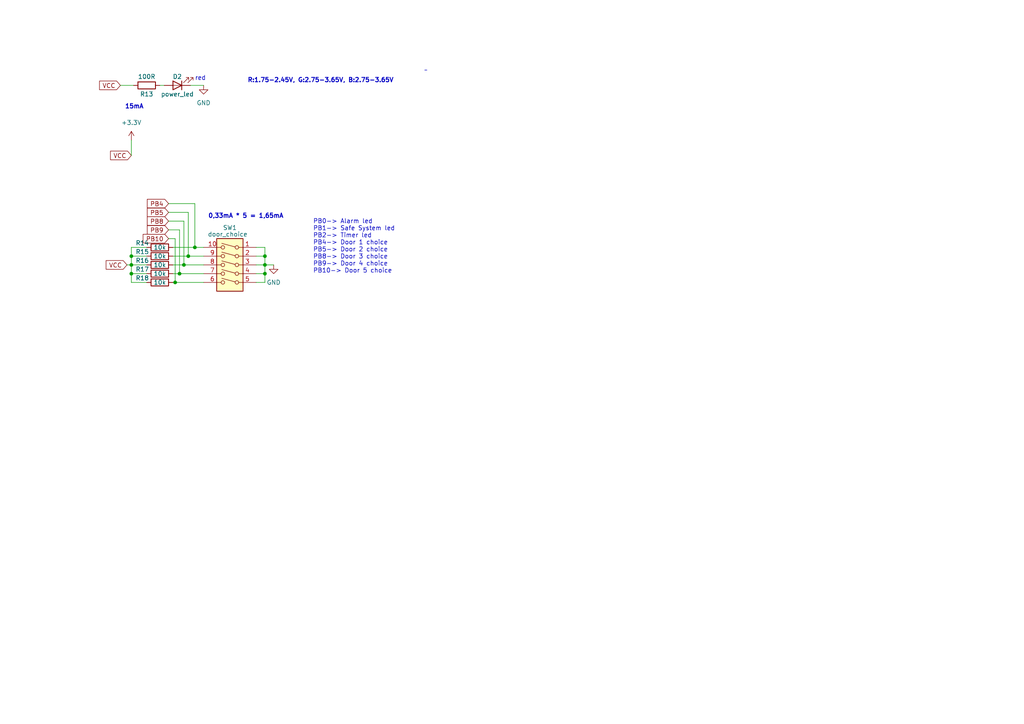
<source format=kicad_sch>
(kicad_sch (version 20211123) (generator eeschema)
  (paper "A4")
  (lib_symbols
    (symbol "Device:LED" (pin_numbers hide) (pin_names (offset 1.016) hide)
      (property "Reference" "D" (at 0 2.54 0))
      (property "Value" "LED" (at 0 -2.54 0))
      (symbol "LED_0_1"
        (polyline (pts (xy -1.27 -1.27) (xy -1.27 1.27)) (stroke (width 0.254)))
        (polyline (pts (xy -1.27 0) (xy 1.27 0)))
        (polyline (pts (xy 1.27 -1.27) (xy 1.27 1.27) (xy -1.27 0) (xy 1.27 -1.27)) (stroke (width 0.254)))
        (polyline (pts (xy -3.048 -0.762) (xy -4.572 -2.286) (xy -3.81 -2.286) (xy -4.572 -2.286) (xy -4.572 -1.524)))
        (polyline (pts (xy -1.778 -0.762) (xy -3.302 -2.286) (xy -2.54 -2.286) (xy -3.302 -2.286) (xy -3.302 -1.524)))
      )
      (symbol "LED_1_1"
        (pin passive line (at -3.81 0 0) (length 2.54) (name "K") (number "1"))
        (pin passive line (at 3.81 0 180) (length 2.54) (name "A") (number "2"))
      )
    )
    (symbol "Device:R" (pin_numbers hide) (pin_names (offset 0))
      (property "Reference" "R" (at 2.032 0 90))
      (property "Value" "R" (at 0 0 90))
      (symbol "R_0_1"
        (rectangle (start -1.016 -2.54) (end 1.016 2.54) (stroke (width 0.254)))
      )
      (symbol "R_1_1"
        (pin passive line (at 0 3.81 270) (length 1.27) (name "~") (number "1"))
        (pin passive line (at 0 -3.81 90) (length 1.27) (name "~") (number "2"))
      )
    )
    (symbol "Switch:SW_DIP_x05" (pin_names (offset 0) hide)
      (property "Reference" "SW" (at 0 8.89 0))
      (property "Value" "SW_DIP_x05" (at 0 -8.89 0))
      (symbol "SW_DIP_x05_0_0"
        (circle (center -2.032 -5.08) (radius 0.508))
        (circle (center -2.032 -2.54) (radius 0.508))
        (circle (center -2.032 0) (radius 0.508))
        (circle (center -2.032 2.54) (radius 0.508))
        (circle (center -2.032 5.08) (radius 0.508))
        (polyline (pts (xy -1.524 -4.9276) (xy 2.3622 -3.8862)))
        (polyline (pts (xy -1.524 -2.3876) (xy 2.3622 -1.3462)))
        (polyline (pts (xy -1.524 0.127) (xy 2.3622 1.1684)))
        (polyline (pts (xy -1.524 2.667) (xy 2.3622 3.7084)))
        (polyline (pts (xy -1.524 5.207) (xy 2.3622 6.2484)))
        (circle (center 2.032 -5.08) (radius 0.508))
        (circle (center 2.032 -2.54) (radius 0.508))
        (circle (center 2.032 0) (radius 0.508))
        (circle (center 2.032 2.54) (radius 0.508))
        (circle (center 2.032 5.08) (radius 0.508))
      )
      (symbol "SW_DIP_x05_0_1"
        (rectangle (start -3.81 7.62) (end 3.81 -7.62) (stroke (width 0.254)) (fill (type background)))
      )
      (symbol "SW_DIP_x05_1_1"
        (pin passive line (at -7.62 5.08 0) (length 5.08) (name "~") (number "1"))
        (pin passive line (at 7.62 5.08 180) (length 5.08) (name "~") (number "10"))
        (pin passive line (at -7.62 2.54 0) (length 5.08) (name "~") (number "2"))
        (pin passive line (at -7.62 0 0) (length 5.08) (name "~") (number "3"))
        (pin passive line (at -7.62 -2.54 0) (length 5.08) (name "~") (number "4"))
        (pin passive line (at -7.62 -5.08 0) (length 5.08) (name "~") (number "5"))
        (pin passive line (at 7.62 -5.08 180) (length 5.08) (name "~") (number "6"))
        (pin passive line (at 7.62 -2.54 180) (length 5.08) (name "~") (number "7"))
        (pin passive line (at 7.62 0 180) (length 5.08) (name "~") (number "8"))
        (pin passive line (at 7.62 2.54 180) (length 5.08) (name "~") (number "9"))
      )
    )
    (symbol "power:+3.3V" (power) (pin_names (offset 0))
      (property "Value" "+3.3V" (at 0 3.556 0))
      (symbol "+3.3V_0_1"
        (polyline (pts (xy -0.762 1.27) (xy 0 2.54)))
        (polyline (pts (xy 0 0) (xy 0 2.54)))
        (polyline (pts (xy 0 2.54) (xy 0.762 1.27)))
      )
      (symbol "+3.3V_1_1"
        (pin power_in line (at 0 0 90) (length 0) hide (name "+3.3V") (number "1"))
      )
    )
    (symbol "power:GND" (power) (pin_names (offset 0))
      (property "Value" "GND" (at 0 -3.81 0))
      (symbol "GND_0_1"
        (polyline (pts (xy 0 0) (xy 0 -1.27) (xy 1.27 -1.27) (xy 0 -2.54) (xy -1.27 -1.27) (xy 0 -1.27)))
      )
      (symbol "GND_1_1"
        (pin power_in line (at 0 0 270) (length 0) hide (name "GND") (number "1"))
      )
    )
  )
  (junction (at 50.8 81.915))
  (junction (at 54.61 74.295))
  (junction (at 53.34 76.835))
  (junction (at 76.835 79.375))
  (junction (at 76.835 74.295))
  (junction (at 56.515 71.755))
  (junction (at 38.1 79.375))
  (junction (at 52.07 79.375))
  (junction (at 38.1 74.295))
  (junction (at 38.1 76.835))
  (junction (at 76.835 76.835))
  (wire (pts (xy 50.165 74.295) (xy 54.61 74.295)))
  (wire (pts (xy 54.61 61.595) (xy 54.61 74.295)))
  (wire (pts (xy 36.83 76.835) (xy 38.1 76.835)))
  (wire (pts (xy 74.295 76.835) (xy 76.835 76.835)))
  (polyline (pts (xy 123.19 20.32) (xy 123.825 20.32)))
  (wire (pts (xy 56.515 71.755) (xy 59.055 71.755)))
  (wire (pts (xy 50.165 81.915) (xy 50.8 81.915)))
  (wire (pts (xy 76.835 79.375) (xy 76.835 76.835)))
  (wire (pts (xy 48.895 64.135) (xy 53.34 64.135)))
  (wire (pts (xy 42.545 71.755) (xy 38.1 71.755)))
  (wire (pts (xy 53.34 64.135) (xy 53.34 76.835)))
  (wire (pts (xy 54.61 74.295) (xy 59.055 74.295)))
  (wire (pts (xy 76.835 71.755) (xy 74.295 71.755)))
  (wire (pts (xy 48.895 66.675) (xy 52.07 66.675)))
  (wire (pts (xy 42.545 81.915) (xy 38.1 81.915)))
  (wire (pts (xy 50.8 69.215) (xy 50.8 81.915)))
  (wire (pts (xy 50.165 79.375) (xy 52.07 79.375)))
  (wire (pts (xy 47.625 24.765) (xy 46.355 24.765)))
  (wire (pts (xy 59.055 81.915) (xy 50.8 81.915)))
  (wire (pts (xy 38.1 74.295) (xy 38.1 76.835)))
  (wire (pts (xy 74.295 74.295) (xy 76.835 74.295)))
  (wire (pts (xy 38.1 79.375) (xy 42.545 79.375)))
  (wire (pts (xy 38.1 74.295) (xy 42.545 74.295)))
  (wire (pts (xy 50.165 71.755) (xy 56.515 71.755)))
  (wire (pts (xy 53.34 76.835) (xy 59.055 76.835)))
  (wire (pts (xy 50.165 76.835) (xy 53.34 76.835)))
  (wire (pts (xy 52.07 79.375) (xy 59.055 79.375)))
  (wire (pts (xy 56.515 59.055) (xy 56.515 71.755)))
  (wire (pts (xy 48.895 59.055) (xy 56.515 59.055)))
  (wire (pts (xy 38.1 76.835) (xy 42.545 76.835)))
  (wire (pts (xy 48.895 61.595) (xy 54.61 61.595)))
  (wire (pts (xy 74.295 81.915) (xy 76.835 81.915)))
  (wire (pts (xy 59.055 24.765) (xy 55.245 24.765)))
  (wire (pts (xy 38.1 79.375) (xy 38.1 81.915)))
  (wire (pts (xy 38.1 40.64) (xy 38.1 45.085)))
  (wire (pts (xy 76.835 76.835) (xy 76.835 74.295)))
  (wire (pts (xy 48.895 69.215) (xy 50.8 69.215)))
  (wire (pts (xy 38.1 71.755) (xy 38.1 74.295)))
  (wire (pts (xy 38.735 24.765) (xy 34.925 24.765)))
  (wire (pts (xy 38.1 76.835) (xy 38.1 79.375)))
  (wire (pts (xy 74.295 79.375) (xy 76.835 79.375)))
  (wire (pts (xy 52.07 66.675) (xy 52.07 79.375)))
  (wire (pts (xy 76.835 76.835) (xy 79.375 76.835)))
  (wire (pts (xy 76.835 81.915) (xy 76.835 79.375)))
  (wire (pts (xy 76.835 74.295) (xy 76.835 71.755)))
  (text "R:1.75-2.45V, G:2.75-3.65V, B:2.75-3.65V" (at 71.755 24.13 0) (effects (font (size 1.27 1.27) bold) (justify left bottom)))
  (text "PB0-> Alarm led\nPB1-> Safe System led\nPB2-> Timer led\nPB4-> Door 1 choice\nPB5-> Door 2 choice\nPB8-> Door 3 choice\nPB9-> Door 4 choice\nPB10-> Door 5 choice" (at 90.805 79.375 0) (effects (font (size 1.27 1.27)) (justify left bottom)))
  (text "15mA\n" (at 36.195 31.75 0) (effects (font (size 1.27 1.27) bold) (justify left bottom)))
  (text "red\n" (at 56.515 23.495 0) (effects (font (size 1.27 1.27)) (justify left bottom)))
  (text "0,33mA * 5 = 1,65mA\n" (at 60.325 63.5 0) (effects (font (size 1.27 1.27) bold) (justify left bottom)))
  (global_label "VCC" (shape input) (at 38.1 45.085 180) (property "Intersheet References" "${INTERSHEET_REFS}" (effects hide)))
  (global_label "PB9" (shape input) (at 48.895 66.675 180) (property "Intersheet References" "${INTERSHEET_REFS}" (effects hide)))
  (global_label "VCC" (shape input) (at 34.925 24.765 180) (property "Intersheet References" "${INTERSHEET_REFS}" (effects hide)))
  (global_label "PB8" (shape input) (at 48.895 64.135 180) (property "Intersheet References" "${INTERSHEET_REFS}" (effects hide)))
  (global_label "PB4" (shape input) (at 48.895 59.055 180) (property "Intersheet References" "${INTERSHEET_REFS}" (effects hide)))
  (global_label "PB10" (shape input) (at 48.895 69.215 180) (property "Intersheet References" "${INTERSHEET_REFS}" (effects hide)))
  (global_label "VCC" (shape input) (at 36.83 76.835 180) (property "Intersheet References" "${INTERSHEET_REFS}" (effects hide)))
  (global_label "PB5" (shape input) (at 48.895 61.595 180) (property "Intersheet References" "${INTERSHEET_REFS}" (effects hide)))
  (symbol (lib_id "power:+3.3V") (at 38.1 40.64 0) (unit 1)
    (property "Reference" "#PWR0120" (effects hide))
    (property "Value" "+3.3V" (at 38.1 35.56 0))
  )
  (symbol (lib_id "power:GND") (at 59.055 24.765 0) (unit 1)
    (property "Reference" "#PWR0121" (effects hide))
    (property "Value" "GND" (at 59.055 29.845 0))
  )
  (symbol (lib_id "Switch:SW_DIP_x05") (at 66.675 76.835 0) (mirror y) (unit 1)
    (property "Reference" "SW1" (at 66.675 66.04 0))
    (property "Value" "door_choice" (at 66.04 67.945 0))
    (property "Footprint" "Button_Switch_THT:SW_DIP_SPSTx05_Piano_10.8x14.26mm_W7.62mm_P2.54mm" (effects hide))
  )
  (symbol (lib_id "Device:R") (at 46.355 71.755 90) (unit 1)
    (property "Reference" "R14" (at 41.275 70.485 90))
    (property "Value" "10k" (at 46.355 71.755 90))
    (property "Footprint" "as_kutuphane:as_0603_res" (effects hide))
  )
  (symbol (lib_id "Device:R") (at 46.355 81.915 90) (unit 1)
    (property "Reference" "R18" (at 41.275 80.645 90))
    (property "Value" "10k" (at 46.355 81.915 90))
    (property "Footprint" "as_kutuphane:as_0603_res" (effects hide))
  )
  (symbol (lib_id "Device:LED") (at 51.435 24.765 180) (unit 1)
    (property "Reference" "D2" (at 51.435 22.225 0))
    (property "Value" "power_led" (at 51.435 27.305 0))
    (property "Footprint" "LED_SMD:LED_0805_2012Metric" (effects hide))
    (property "Datasheet" "https://cdn.ozdisan.com/ETicaret_Dosya/634977_197229.pdf" (effects hide))
  )
  (symbol (lib_id "Device:R") (at 46.355 76.835 90) (unit 1)
    (property "Reference" "R16" (at 41.275 75.565 90))
    (property "Value" "10k" (at 46.355 74.295 90))
    (property "Footprint" "as_kutuphane:as_0603_res" (effects hide))
  )
  (symbol (lib_id "Device:R") (at 46.355 79.375 90) (unit 1)
    (property "Reference" "R17" (at 41.275 78.105 90))
    (property "Value" "10k" (at 46.355 79.375 90))
    (property "Footprint" "as_kutuphane:as_0603_res" (effects hide))
  )
  (symbol (lib_id "Device:R") (at 42.545 24.765 90) (unit 1)
    (property "Reference" "R13" (at 42.545 27.305 90))
    (property "Value" "100R" (at 42.545 22.225 90))
    (property "Footprint" "as_kutuphane:as_0603_res" (effects hide))
  )
  (symbol (lib_id "Device:R") (at 46.355 74.295 90) (unit 1)
    (property "Reference" "R15" (at 41.275 73.025 90))
    (property "Value" "10k" (at 46.355 76.835 90))
    (property "Footprint" "as_kutuphane:as_0603_res" (effects hide))
  )
  (symbol (lib_id "power:GND") (at 79.375 76.835 0) (unit 1)
    (property "Reference" "#PWR0119" (effects hide))
    (property "Value" "GND" (at 79.375 81.915 0))
  )
)
</source>
